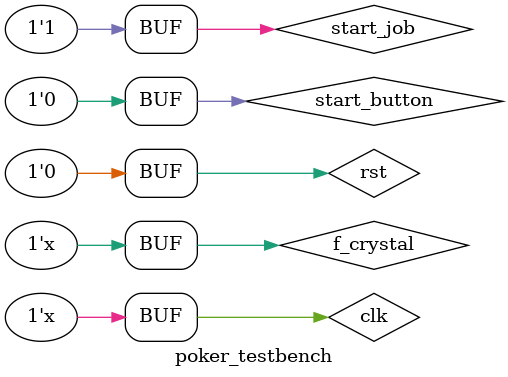
<source format=v>
`timescale 1ns / 1ps


module poker_testbench();
reg f_crystal=0,start_button=1,rst=1,i=0,clk=0;

wire [3:0]card1_number;
wire [1:0]card1_flower;
wire [3:0]card2_number;
wire [1:0]card2_flower;
wire [3:0]card3_number;
wire [1:0]card3_flower;
wire [3:0]card4_number;
wire [1:0]card4_flower;
wire [3:0]card5_number;
wire [1:0]card5_flower;
wire [3:0]card6_number;
wire [1:0]card6_flower;
wire [3:0]card7_number;
wire [1:0]card7_flower;
wire [3:0]card8_number;
wire [1:0]card8_flower;
wire [3:0]card9_number;
wire [1:0]card9_flower;
wire [15:0]random_number1;
wire [15:0]random_number2;
wire [15:0]random_number3;
wire [15:0]random_number4;
wire [15:0]random_number5;
wire [15:0]random_number6;
wire [15:0]random_number7;
wire [15:0]random_number8;
wire [15:0]random_number9;
wire [5:0]card1_num;
wire [5:0]card2_num;
wire [5:0]card3_num;
wire [5:0]card4_num;
wire [5:0]card5_num;
wire [5:0]card6_num;
wire [5:0]card7_num;
wire [5:0]card8_num;
wire [5:0]card9_num;
wire winner;
wire is_four_of_a_kind_p1;
wire is_full_house_p1;
wire is_three_of_a_kind_p1;
wire is_two_pair_p1;
wire is_pair_p1;
wire is_flush_p1;
wire is_straight_p1;
wire is_four_of_a_kind_p2;
wire is_full_house_p2;
wire is_three_of_a_kind_p2;
wire is_two_pair_p2;
wire is_pair_p2;
wire is_flush_p2;
wire is_straight_p2;
wire [2:0]card_level_p1;
wire [2:0]card_level_p2;
reg start_job=0;
wire start_computation;
wire [3:0]sn_max_num_1_p1;
wire [3:0]sn_max_num_2_p1;
wire [3:0]sn_max_num_3_p1;
wire [3:0]sn_max_num_4_p1;
wire [3:0]sn_max_num_1_p2;
wire [3:0]sn_max_num_2_p2;
wire [3:0]sn_max_num_3_p2;
wire [3:0]sn_max_num_4_p2;

poker_master PM0(
    .f_crystal(f_crystal),
    .start_button(start_button),
    .rst(rst),
    .card1_number(card1_number),
    .card1_flower(card1_flower),
    .card2_number(card2_number),
    .card2_flower(card2_flower),
    .card3_number(card3_number),
    .card3_flower(card3_flower),
    .card4_number(card4_number),
    .card4_flower(card4_flower),
    .card5_number(card5_number),
    .card5_flower(card5_flower),
    .card6_number(card6_number),
    .card6_flower(card6_flower),
    .card7_number(card7_number),
    .card7_flower(card7_flower),
    .card8_number(card8_number),
    .card8_flower(card8_flower),
    .card9_number(card9_number),
    .card9_flower(card9_flower),
    .winner(winner),
    .card1_num(card1_num),
    .card2_num(card2_num),
    .card3_num(card3_num),
    .card4_num(card4_num),
    .card5_num(card5_num),
    .card6_num(card6_num),
    .card7_num(card7_num),
    .card8_num(card8_num),
    .card9_num(card9_num),
    .random_number1(random_number1),
    .random_number2(random_number2),
    .random_number3(random_number3),
    .random_number4(random_number4),
    .random_number5(random_number5),
    .random_number6(random_number6),
    .random_number7(random_number7),
    .random_number8(random_number8),
    .random_number9(random_number9),
    .is_four_of_a_kind_p1(is_four_of_a_kind_p1),
    .is_full_house_p1(is_full_house_p1),
    .is_three_of_a_kind_p1(is_three_of_a_kind_p1),
    .is_two_pair_p1(is_two_pair_p1),
    .is_pair_p1(is_pair_p1),
    .is_flush_p1(is_flush_p1),
    .is_straight_p1(is_straight_p1),
    .is_four_of_a_kind_p2(is_four_of_a_kind_p2),
    .is_full_house_p2(is_full_house_p2),
    .is_three_of_a_kind_p2(is_three_of_a_kind_p2),
    .is_two_pair_p2(is_two_pair_p2),
    .is_pair_p2(is_pair_p2),
    .is_flush_p2(is_flush_p2),
    .is_straight_p2(is_straight_p2),
    .card_level_p1(card_level_p1),
    .card_level_p2(card_level_p2),
    .start_job(start_job),
    .start_computation(start_computation),
    .clk(clk),
    .sn_max_num_1_p1(sn_max_num_1_p1),
    .sn_max_num_2_p1(sn_max_num_2_p1),
    .sn_max_num_3_p1(sn_max_num_3_p1),
    .sn_max_num_4_p1(sn_max_num_4_p1),
    .sn_max_num_1_p2(sn_max_num_1_p2),
    .sn_max_num_2_p2(sn_max_num_2_p2),
    .sn_max_num_3_p2(sn_max_num_3_p2),
    .sn_max_num_4_p2(sn_max_num_4_p2)
);

initial begin


#230 start_button=1;
#50 start_button=0;
#20 start_job=1;
#10 start_job=0;
#100 start_job=1;
end

always begin
    if(i==0)begin
        rst=1;
        i=1;
        #1 f_crystal=~f_crystal;
        #5 clk=~clk;

    end
    rst=0;
    #1 f_crystal=~f_crystal;
    #5 clk=~clk;
    
end






endmodule


//reg [3:0]player_card1_number;
// reg [3:0]player_card2_number;
// reg [3:0]community_card1_number;
// reg [3:0]community_card2_number;
// reg [3:0]community_card3_number;
// reg [3:0]community_card4_number;
// reg [3:0]community_card5_number;
// wire is_straight;
// wire [3:0]max_num;
// wire [6:0]test;





// poker_master T0(
// .f_crystal(f_crystal),
// .start_button(start_button),
// .rst(rst),
// 

// .card1_number(card1_number),
// .card1_flower(card1_flower),
// .card2_number(card2_number),
// .card2_flower(card2_flower),
// .card3_number(card3_number),
// .card3_flower(card3_flower),
// .card4_number(card4_number),
// .card4_flower(card4_flower),
// .card5_number(card5_number),
// .card5_flower(card5_flower),
// .card6_number(card6_number),
// .card6_flower(card6_flower),
// .card7_number(card7_number),
// .card7_flower(card7_flower),
// .card8_number(card8_number),
// .card8_flower(card8_flower),
// .card9_number(card9_number),
// .card9_flower(card9_flower)
// );
</source>
